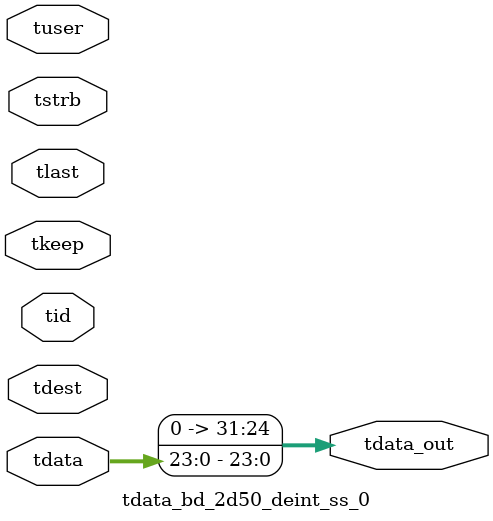
<source format=v>


`timescale 1ps/1ps

module tdata_bd_2d50_deint_ss_0 #
(
parameter C_S_AXIS_TDATA_WIDTH = 32,
parameter C_S_AXIS_TUSER_WIDTH = 0,
parameter C_S_AXIS_TID_WIDTH   = 0,
parameter C_S_AXIS_TDEST_WIDTH = 0,
parameter C_M_AXIS_TDATA_WIDTH = 32
)
(
input  [(C_S_AXIS_TDATA_WIDTH == 0 ? 1 : C_S_AXIS_TDATA_WIDTH)-1:0     ] tdata,
input  [(C_S_AXIS_TUSER_WIDTH == 0 ? 1 : C_S_AXIS_TUSER_WIDTH)-1:0     ] tuser,
input  [(C_S_AXIS_TID_WIDTH   == 0 ? 1 : C_S_AXIS_TID_WIDTH)-1:0       ] tid,
input  [(C_S_AXIS_TDEST_WIDTH == 0 ? 1 : C_S_AXIS_TDEST_WIDTH)-1:0     ] tdest,
input  [(C_S_AXIS_TDATA_WIDTH/8)-1:0 ] tkeep,
input  [(C_S_AXIS_TDATA_WIDTH/8)-1:0 ] tstrb,
input                                                                    tlast,
output [C_M_AXIS_TDATA_WIDTH-1:0] tdata_out
);

assign tdata_out = {tdata[23:0]};

endmodule


</source>
